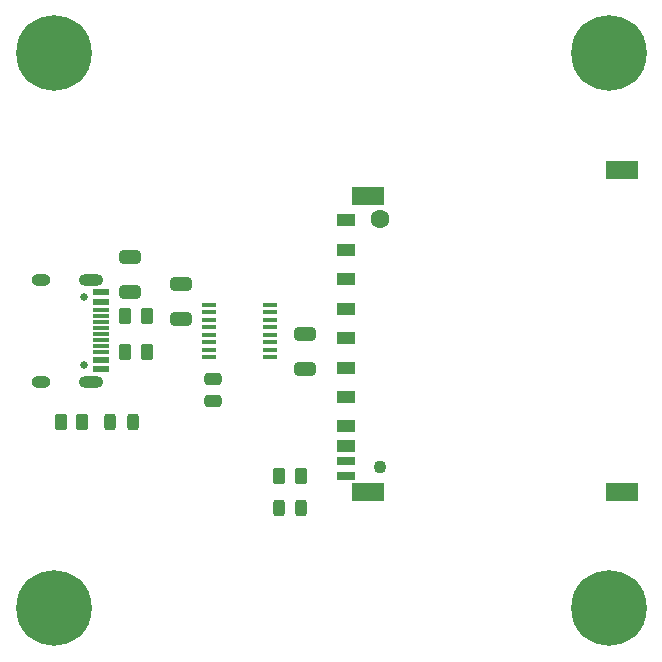
<source format=gts>
%TF.GenerationSoftware,KiCad,Pcbnew,(6.0.5)*%
%TF.CreationDate,2024-08-03T11:57:57+02:00*%
%TF.ProjectId,gl823k_card_reader,676c3832-336b-45f6-9361-72645f726561,rev?*%
%TF.SameCoordinates,Original*%
%TF.FileFunction,Soldermask,Top*%
%TF.FilePolarity,Negative*%
%FSLAX46Y46*%
G04 Gerber Fmt 4.6, Leading zero omitted, Abs format (unit mm)*
G04 Created by KiCad (PCBNEW (6.0.5)) date 2024-08-03 11:57:57*
%MOMM*%
%LPD*%
G01*
G04 APERTURE LIST*
G04 Aperture macros list*
%AMRoundRect*
0 Rectangle with rounded corners*
0 $1 Rounding radius*
0 $2 $3 $4 $5 $6 $7 $8 $9 X,Y pos of 4 corners*
0 Add a 4 corners polygon primitive as box body*
4,1,4,$2,$3,$4,$5,$6,$7,$8,$9,$2,$3,0*
0 Add four circle primitives for the rounded corners*
1,1,$1+$1,$2,$3*
1,1,$1+$1,$4,$5*
1,1,$1+$1,$6,$7*
1,1,$1+$1,$8,$9*
0 Add four rect primitives between the rounded corners*
20,1,$1+$1,$2,$3,$4,$5,0*
20,1,$1+$1,$4,$5,$6,$7,0*
20,1,$1+$1,$6,$7,$8,$9,0*
20,1,$1+$1,$8,$9,$2,$3,0*%
G04 Aperture macros list end*
%ADD10C,0.650000*%
%ADD11R,1.450000X0.600000*%
%ADD12R,1.450000X0.300000*%
%ADD13O,1.600000X1.000000*%
%ADD14O,2.100000X1.000000*%
%ADD15RoundRect,0.250000X-0.262500X-0.450000X0.262500X-0.450000X0.262500X0.450000X-0.262500X0.450000X0*%
%ADD16C,6.400000*%
%ADD17RoundRect,0.243750X-0.243750X-0.456250X0.243750X-0.456250X0.243750X0.456250X-0.243750X0.456250X0*%
%ADD18C,1.100000*%
%ADD19C,1.600000*%
%ADD20R,1.500000X1.000000*%
%ADD21R,1.500000X0.700000*%
%ADD22R,2.800000X1.500000*%
%ADD23RoundRect,0.243750X0.243750X0.456250X-0.243750X0.456250X-0.243750X-0.456250X0.243750X-0.456250X0*%
%ADD24RoundRect,0.250000X0.650000X-0.325000X0.650000X0.325000X-0.650000X0.325000X-0.650000X-0.325000X0*%
%ADD25R,1.200000X0.400000*%
%ADD26RoundRect,0.250000X-0.475000X0.250000X-0.475000X-0.250000X0.475000X-0.250000X0.475000X0.250000X0*%
%ADD27RoundRect,0.250000X-0.650000X0.325000X-0.650000X-0.325000X0.650000X-0.325000X0.650000X0.325000X0*%
G04 APERTURE END LIST*
D10*
%TO.C,J1*%
X127600000Y-93390000D03*
X127600000Y-87610000D03*
D11*
X129045000Y-87250000D03*
X129045000Y-88050000D03*
D12*
X129045000Y-89250000D03*
X129045000Y-90250000D03*
X129045000Y-90750000D03*
X129045000Y-91750000D03*
D11*
X129045000Y-92950000D03*
X129045000Y-93750000D03*
X129045000Y-93750000D03*
X129045000Y-92950000D03*
D12*
X129045000Y-92250000D03*
X129045000Y-91250000D03*
X129045000Y-89750000D03*
X129045000Y-88750000D03*
D11*
X129045000Y-88050000D03*
X129045000Y-87250000D03*
D13*
X123950000Y-94820000D03*
D14*
X128130000Y-86180000D03*
X128130000Y-94820000D03*
D13*
X123950000Y-86180000D03*
%TD*%
D15*
%TO.C,R4*%
X144087500Y-102750000D03*
X145912500Y-102750000D03*
%TD*%
%TO.C,R2*%
X131087500Y-92250000D03*
X132912500Y-92250000D03*
%TD*%
D16*
%TO.C,H4*%
X172000000Y-114000000D03*
%TD*%
D17*
%TO.C,D1*%
X129812500Y-98250000D03*
X131687500Y-98250000D03*
%TD*%
D18*
%TO.C,J2*%
X152600000Y-102000000D03*
D19*
X152600000Y-81000000D03*
D20*
X149800000Y-83625000D03*
X149800000Y-86125000D03*
X149800000Y-88625000D03*
X149800000Y-91125000D03*
X149800000Y-93625000D03*
X149800000Y-96125000D03*
X149800000Y-98555000D03*
X149800000Y-100255000D03*
X149800000Y-81125000D03*
D21*
X149800000Y-101555000D03*
X149800000Y-102755000D03*
D22*
X151600000Y-104150000D03*
X173100000Y-104150000D03*
X173100000Y-76850000D03*
X151600000Y-79050000D03*
%TD*%
D16*
%TO.C,H3*%
X125000000Y-67000000D03*
%TD*%
%TO.C,H2*%
X172000000Y-67000000D03*
%TD*%
D23*
%TO.C,D2*%
X145937500Y-105500000D03*
X144062500Y-105500000D03*
%TD*%
D16*
%TO.C,H1*%
X125000000Y-114000000D03*
%TD*%
D24*
%TO.C,C3*%
X135750000Y-89475000D03*
X135750000Y-86525000D03*
%TD*%
D15*
%TO.C,R1*%
X131087500Y-89250000D03*
X132912500Y-89250000D03*
%TD*%
D24*
%TO.C,C1*%
X131500000Y-87225000D03*
X131500000Y-84275000D03*
%TD*%
D25*
%TO.C,IC1*%
X143350000Y-92722500D03*
X143350000Y-92087500D03*
X143350000Y-91452500D03*
X143350000Y-90817500D03*
X143350000Y-90182500D03*
X143350000Y-89547500D03*
X143350000Y-88912500D03*
X143350000Y-88277500D03*
X138150000Y-88277500D03*
X138150000Y-88912500D03*
X138150000Y-89547500D03*
X138150000Y-90182500D03*
X138150000Y-90817500D03*
X138150000Y-91452500D03*
X138150000Y-92087500D03*
X138150000Y-92722500D03*
%TD*%
D26*
%TO.C,C4*%
X138500000Y-94550000D03*
X138500000Y-96450000D03*
%TD*%
D27*
%TO.C,C2*%
X146250000Y-90775000D03*
X146250000Y-93725000D03*
%TD*%
D15*
%TO.C,R3*%
X125587500Y-98250000D03*
X127412500Y-98250000D03*
%TD*%
M02*

</source>
